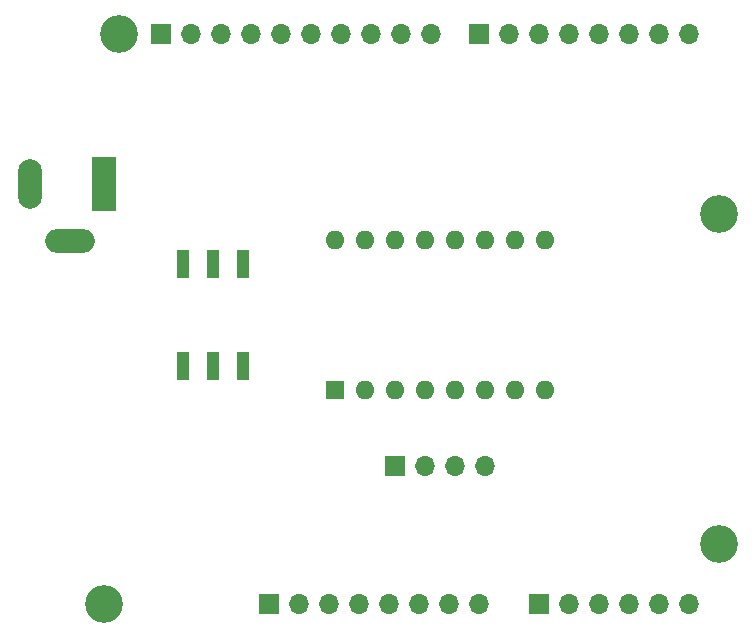
<source format=gts>
%TF.GenerationSoftware,KiCad,Pcbnew,8.0.3*%
%TF.CreationDate,2024-07-23T15:51:25+08:00*%
%TF.ProjectId,Arduino Uno A4988 Shield,41726475-696e-46f2-9055-6e6f20413439,rev?*%
%TF.SameCoordinates,Original*%
%TF.FileFunction,Soldermask,Top*%
%TF.FilePolarity,Negative*%
%FSLAX46Y46*%
G04 Gerber Fmt 4.6, Leading zero omitted, Abs format (unit mm)*
G04 Created by KiCad (PCBNEW 8.0.3) date 2024-07-23 15:51:25*
%MOMM*%
%LPD*%
G01*
G04 APERTURE LIST*
%ADD10R,1.700000X1.700000*%
%ADD11O,1.700000X1.700000*%
%ADD12R,2.000000X4.600000*%
%ADD13O,2.000000X4.200000*%
%ADD14O,4.200000X2.000000*%
%ADD15C,3.200000*%
%ADD16R,1.120000X2.440000*%
%ADD17R,1.600000X1.600000*%
%ADD18O,1.600000X1.600000*%
G04 APERTURE END LIST*
D10*
%TO.C,J1*%
X27940000Y2540000D03*
D11*
X30480000Y2540000D03*
X33020000Y2540000D03*
X35560000Y2540000D03*
X38100000Y2540000D03*
X40640000Y2540000D03*
X43180000Y2540000D03*
X45720000Y2540000D03*
%TD*%
D10*
%TO.C,J3*%
X50800000Y2540000D03*
D11*
X53340000Y2540000D03*
X55880000Y2540000D03*
X58420000Y2540000D03*
X60960000Y2540000D03*
X63500000Y2540000D03*
%TD*%
D10*
%TO.C,J2*%
X18796000Y50800000D03*
D11*
X21336000Y50800000D03*
X23876000Y50800000D03*
X26416000Y50800000D03*
X28956000Y50800000D03*
X31496000Y50800000D03*
X34036000Y50800000D03*
X36576000Y50800000D03*
X39116000Y50800000D03*
X41656000Y50800000D03*
%TD*%
D10*
%TO.C,J4*%
X45720000Y50800000D03*
D11*
X48260000Y50800000D03*
X50800000Y50800000D03*
X53340000Y50800000D03*
X55880000Y50800000D03*
X58420000Y50800000D03*
X60960000Y50800000D03*
X63500000Y50800000D03*
%TD*%
D12*
%TO.C,J7*%
X13950000Y38100000D03*
D13*
X7650000Y38100000D03*
D14*
X11050000Y33300000D03*
%TD*%
D15*
%TO.C,MH1*%
X15240000Y50800000D03*
%TD*%
D16*
%TO.C,SW1*%
X20620000Y22695000D03*
X23160000Y22695000D03*
X25700000Y22695000D03*
X25700000Y31305000D03*
X23160000Y31305000D03*
X20620000Y31305000D03*
%TD*%
D10*
%TO.C,J5*%
X38567200Y14249400D03*
D11*
X41107200Y14249400D03*
X43647200Y14249400D03*
X46187200Y14249400D03*
%TD*%
D17*
%TO.C,A1*%
X33520000Y20660000D03*
D18*
X36060000Y20660000D03*
X38600000Y20660000D03*
X41140000Y20660000D03*
X43680000Y20660000D03*
X46220000Y20660000D03*
X48760000Y20660000D03*
X51300000Y20660000D03*
X51300000Y33360000D03*
X48760000Y33360000D03*
X46220000Y33360000D03*
X43680000Y33360000D03*
X41140000Y33360000D03*
X38600000Y33360000D03*
X36060000Y33360000D03*
X33520000Y33360000D03*
%TD*%
D15*
%TO.C,MH2*%
X13970000Y2540000D03*
%TD*%
%TO.C,MH3*%
X66040000Y35560000D03*
%TD*%
%TO.C,MH4*%
X66040000Y7620000D03*
%TD*%
M02*

</source>
